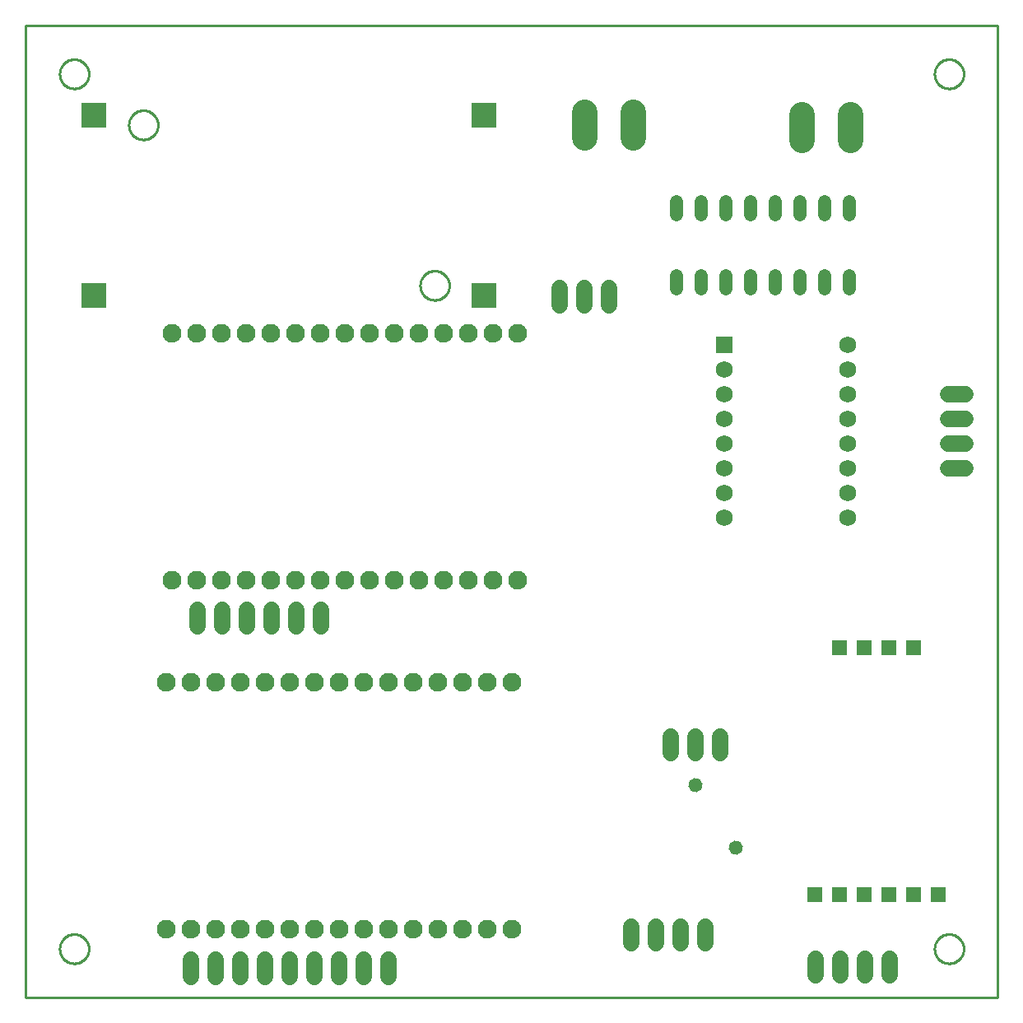
<source format=gbr>
G04 EAGLE Gerber RS-274X export*
G75*
%MOIN*%
%FSLAX34Y34*%
%LPD*%
%INTop Copper*%
%IPPOS*%
%AMOC8*
5,1,8,0,0,1.08239X$1,22.5*%
G01*
%ADD10C,0.054400*%
%ADD11C,0.068000*%
%ADD12R,0.100000X0.100000*%
%ADD13R,0.068268X0.068268*%
%ADD14C,0.068268*%
%ADD15R,0.060236X0.060236*%
%ADD16C,0.102992*%
%ADD17P,0.058882X8X145.100000*%
%ADD18C,0.076000*%
%ADD19C,0.010000*%


D10*
X26362Y28697D02*
X26362Y29241D01*
X27362Y29241D02*
X27362Y28697D01*
X32362Y28697D02*
X32362Y29241D01*
X33362Y29241D02*
X33362Y28697D01*
X28362Y28697D02*
X28362Y29241D01*
X29362Y29241D02*
X29362Y28697D01*
X31362Y28697D02*
X31362Y29241D01*
X30362Y29241D02*
X30362Y28697D01*
X33362Y31697D02*
X33362Y32241D01*
X32362Y32241D02*
X32362Y31697D01*
X31362Y31697D02*
X31362Y32241D01*
X30362Y32241D02*
X30362Y31697D01*
X29362Y31697D02*
X29362Y32241D01*
X28362Y32241D02*
X28362Y31697D01*
X27362Y31697D02*
X27362Y32241D01*
X26362Y32241D02*
X26362Y31697D01*
D11*
X35004Y1560D02*
X35004Y880D01*
X34004Y880D02*
X34004Y1560D01*
X33004Y1560D02*
X33004Y880D01*
X32004Y880D02*
X32004Y1560D01*
X27524Y2180D02*
X27524Y2860D01*
X26524Y2860D02*
X26524Y2180D01*
X25524Y2180D02*
X25524Y2860D01*
X24524Y2860D02*
X24524Y2180D01*
X37377Y21413D02*
X38057Y21413D01*
X38057Y22413D02*
X37377Y22413D01*
X37377Y23413D02*
X38057Y23413D01*
X38057Y24413D02*
X37377Y24413D01*
X21638Y28046D02*
X21638Y28726D01*
X22638Y28726D02*
X22638Y28046D01*
X23638Y28046D02*
X23638Y28726D01*
D12*
X18569Y28437D03*
X18569Y35737D03*
X2769Y35737D03*
X2769Y28437D03*
D13*
X28287Y26413D03*
D14*
X28287Y25413D03*
X28287Y24413D03*
X28287Y23413D03*
X28287Y22413D03*
X28287Y21413D03*
X28287Y20413D03*
X28287Y19413D03*
X33287Y19413D03*
X33287Y20413D03*
X33287Y21413D03*
X33287Y22413D03*
X33287Y23413D03*
X33287Y24413D03*
X33287Y25413D03*
X33287Y26413D03*
D15*
X31965Y4169D03*
X32965Y4169D03*
X33965Y4169D03*
X34965Y4169D03*
X35965Y4169D03*
X36965Y4169D03*
X35965Y14169D03*
X34965Y14169D03*
X33965Y14169D03*
X32965Y14169D03*
D16*
X24606Y34839D02*
X24606Y35869D01*
X22638Y35869D02*
X22638Y34839D01*
X31417Y34721D02*
X31417Y35751D01*
X33386Y35751D02*
X33386Y34721D01*
D11*
X28126Y10576D02*
X28126Y9896D01*
X27126Y9896D02*
X27126Y10576D01*
X26126Y10576D02*
X26126Y9896D01*
D17*
X28761Y6059D03*
X27145Y8587D03*
D18*
X5945Y16890D03*
X6945Y16890D03*
X7945Y16890D03*
X8945Y16890D03*
X9945Y16890D03*
X10945Y16890D03*
X11945Y16890D03*
X12945Y16890D03*
X13945Y16890D03*
X14945Y16890D03*
X15945Y16890D03*
X16945Y16890D03*
X17945Y16890D03*
X18945Y16890D03*
X19945Y16890D03*
X5945Y26890D03*
X6945Y26890D03*
X7945Y26890D03*
X8945Y26890D03*
X9945Y26890D03*
X10945Y26890D03*
X11945Y26890D03*
X12945Y26890D03*
X13945Y26890D03*
X14945Y26890D03*
X15945Y26890D03*
X16945Y26890D03*
X17945Y26890D03*
X18945Y26890D03*
X19945Y26890D03*
X5709Y2756D03*
X6709Y2756D03*
X7709Y2756D03*
X8709Y2756D03*
X9709Y2756D03*
X10709Y2756D03*
X11709Y2756D03*
X12709Y2756D03*
X13709Y2756D03*
X14709Y2756D03*
X15709Y2756D03*
X16709Y2756D03*
X17709Y2756D03*
X18709Y2756D03*
X19709Y2756D03*
X5709Y12756D03*
X6709Y12756D03*
X7709Y12756D03*
X8709Y12756D03*
X9709Y12756D03*
X10709Y12756D03*
X11709Y12756D03*
X12709Y12756D03*
X13709Y12756D03*
X14709Y12756D03*
X15709Y12756D03*
X16709Y12756D03*
X17709Y12756D03*
X18709Y12756D03*
X19709Y12756D03*
D11*
X14709Y1521D02*
X14709Y841D01*
X13709Y841D02*
X13709Y1521D01*
X12709Y1521D02*
X12709Y841D01*
X11709Y841D02*
X11709Y1521D01*
X10709Y1521D02*
X10709Y841D01*
X9709Y841D02*
X9709Y1521D01*
X8709Y1521D02*
X8709Y841D01*
X7709Y841D02*
X7709Y1521D01*
X6709Y1521D02*
X6709Y841D01*
X11949Y15014D02*
X11949Y15694D01*
X10949Y15694D02*
X10949Y15014D01*
X9949Y15014D02*
X9949Y15694D01*
X8949Y15694D02*
X8949Y15014D01*
X7949Y15014D02*
X7949Y15694D01*
X6949Y15694D02*
X6949Y15014D01*
D19*
X0Y0D02*
X39370Y0D01*
X39370Y39370D01*
X0Y39370D01*
X0Y0D01*
X37992Y37380D02*
X37989Y37338D01*
X37983Y37297D01*
X37974Y37255D01*
X37962Y37215D01*
X37948Y37175D01*
X37930Y37137D01*
X37910Y37100D01*
X37887Y37065D01*
X37862Y37031D01*
X37834Y36999D01*
X37804Y36969D01*
X37772Y36941D01*
X37739Y36916D01*
X37703Y36893D01*
X37666Y36873D01*
X37628Y36856D01*
X37588Y36841D01*
X37548Y36829D01*
X37506Y36820D01*
X37465Y36814D01*
X37423Y36811D01*
X37380Y36811D01*
X37338Y36814D01*
X37297Y36820D01*
X37255Y36829D01*
X37215Y36841D01*
X37175Y36856D01*
X37137Y36873D01*
X37100Y36893D01*
X37065Y36916D01*
X37031Y36941D01*
X36999Y36969D01*
X36969Y36999D01*
X36941Y37031D01*
X36916Y37065D01*
X36893Y37100D01*
X36873Y37137D01*
X36856Y37175D01*
X36841Y37215D01*
X36829Y37255D01*
X36820Y37297D01*
X36814Y37338D01*
X36811Y37380D01*
X36811Y37423D01*
X36814Y37465D01*
X36820Y37506D01*
X36829Y37548D01*
X36841Y37588D01*
X36856Y37628D01*
X36873Y37666D01*
X36893Y37703D01*
X36916Y37739D01*
X36941Y37772D01*
X36969Y37804D01*
X36999Y37834D01*
X37031Y37862D01*
X37065Y37887D01*
X37100Y37910D01*
X37137Y37930D01*
X37175Y37948D01*
X37215Y37962D01*
X37255Y37974D01*
X37297Y37983D01*
X37338Y37989D01*
X37380Y37992D01*
X37423Y37992D01*
X37465Y37989D01*
X37506Y37983D01*
X37548Y37974D01*
X37588Y37962D01*
X37628Y37948D01*
X37666Y37930D01*
X37703Y37910D01*
X37739Y37887D01*
X37772Y37862D01*
X37804Y37834D01*
X37834Y37804D01*
X37862Y37772D01*
X37887Y37739D01*
X37910Y37703D01*
X37930Y37666D01*
X37948Y37628D01*
X37962Y37588D01*
X37974Y37548D01*
X37983Y37506D01*
X37989Y37465D01*
X37992Y37423D01*
X37992Y37380D01*
X37992Y1947D02*
X37989Y1905D01*
X37983Y1864D01*
X37974Y1822D01*
X37962Y1782D01*
X37948Y1742D01*
X37930Y1704D01*
X37910Y1667D01*
X37887Y1631D01*
X37862Y1598D01*
X37834Y1566D01*
X37804Y1536D01*
X37772Y1508D01*
X37739Y1483D01*
X37703Y1460D01*
X37666Y1440D01*
X37628Y1423D01*
X37588Y1408D01*
X37548Y1396D01*
X37506Y1387D01*
X37465Y1381D01*
X37423Y1378D01*
X37380Y1378D01*
X37338Y1381D01*
X37297Y1387D01*
X37255Y1396D01*
X37215Y1408D01*
X37175Y1423D01*
X37137Y1440D01*
X37100Y1460D01*
X37065Y1483D01*
X37031Y1508D01*
X36999Y1536D01*
X36969Y1566D01*
X36941Y1598D01*
X36916Y1631D01*
X36893Y1667D01*
X36873Y1704D01*
X36856Y1742D01*
X36841Y1782D01*
X36829Y1822D01*
X36820Y1864D01*
X36814Y1905D01*
X36811Y1947D01*
X36811Y1990D01*
X36814Y2032D01*
X36820Y2073D01*
X36829Y2115D01*
X36841Y2155D01*
X36856Y2195D01*
X36873Y2233D01*
X36893Y2270D01*
X36916Y2306D01*
X36941Y2339D01*
X36969Y2371D01*
X36999Y2401D01*
X37031Y2429D01*
X37065Y2454D01*
X37100Y2477D01*
X37137Y2497D01*
X37175Y2514D01*
X37215Y2529D01*
X37255Y2541D01*
X37297Y2550D01*
X37338Y2556D01*
X37380Y2559D01*
X37423Y2559D01*
X37465Y2556D01*
X37506Y2550D01*
X37548Y2541D01*
X37588Y2529D01*
X37628Y2514D01*
X37666Y2497D01*
X37703Y2477D01*
X37739Y2454D01*
X37772Y2429D01*
X37804Y2401D01*
X37834Y2371D01*
X37862Y2339D01*
X37887Y2306D01*
X37910Y2270D01*
X37930Y2233D01*
X37948Y2195D01*
X37962Y2155D01*
X37974Y2115D01*
X37983Y2073D01*
X37989Y2032D01*
X37992Y1990D01*
X37992Y1947D01*
X2559Y37380D02*
X2556Y37338D01*
X2550Y37297D01*
X2541Y37255D01*
X2529Y37215D01*
X2514Y37175D01*
X2497Y37137D01*
X2477Y37100D01*
X2454Y37065D01*
X2429Y37031D01*
X2401Y36999D01*
X2371Y36969D01*
X2339Y36941D01*
X2306Y36916D01*
X2270Y36893D01*
X2233Y36873D01*
X2195Y36856D01*
X2155Y36841D01*
X2115Y36829D01*
X2073Y36820D01*
X2032Y36814D01*
X1990Y36811D01*
X1947Y36811D01*
X1905Y36814D01*
X1864Y36820D01*
X1822Y36829D01*
X1782Y36841D01*
X1742Y36856D01*
X1704Y36873D01*
X1667Y36893D01*
X1631Y36916D01*
X1598Y36941D01*
X1566Y36969D01*
X1536Y36999D01*
X1508Y37031D01*
X1483Y37065D01*
X1460Y37100D01*
X1440Y37137D01*
X1423Y37175D01*
X1408Y37215D01*
X1396Y37255D01*
X1387Y37297D01*
X1381Y37338D01*
X1378Y37380D01*
X1378Y37423D01*
X1381Y37465D01*
X1387Y37506D01*
X1396Y37548D01*
X1408Y37588D01*
X1423Y37628D01*
X1440Y37666D01*
X1460Y37703D01*
X1483Y37739D01*
X1508Y37772D01*
X1536Y37804D01*
X1566Y37834D01*
X1598Y37862D01*
X1631Y37887D01*
X1667Y37910D01*
X1704Y37930D01*
X1742Y37948D01*
X1782Y37962D01*
X1822Y37974D01*
X1864Y37983D01*
X1905Y37989D01*
X1947Y37992D01*
X1990Y37992D01*
X2032Y37989D01*
X2073Y37983D01*
X2115Y37974D01*
X2155Y37962D01*
X2195Y37948D01*
X2233Y37930D01*
X2270Y37910D01*
X2306Y37887D01*
X2339Y37862D01*
X2371Y37834D01*
X2401Y37804D01*
X2429Y37772D01*
X2454Y37739D01*
X2477Y37703D01*
X2497Y37666D01*
X2514Y37628D01*
X2529Y37588D01*
X2541Y37548D01*
X2550Y37506D01*
X2556Y37465D01*
X2559Y37423D01*
X2559Y37380D01*
X2559Y1947D02*
X2556Y1905D01*
X2550Y1864D01*
X2541Y1822D01*
X2529Y1782D01*
X2514Y1742D01*
X2497Y1704D01*
X2477Y1667D01*
X2454Y1631D01*
X2429Y1598D01*
X2401Y1566D01*
X2371Y1536D01*
X2339Y1508D01*
X2306Y1483D01*
X2270Y1460D01*
X2233Y1440D01*
X2195Y1423D01*
X2155Y1408D01*
X2115Y1396D01*
X2073Y1387D01*
X2032Y1381D01*
X1990Y1378D01*
X1947Y1378D01*
X1905Y1381D01*
X1864Y1387D01*
X1822Y1396D01*
X1782Y1408D01*
X1742Y1423D01*
X1704Y1440D01*
X1667Y1460D01*
X1631Y1483D01*
X1598Y1508D01*
X1566Y1536D01*
X1536Y1566D01*
X1508Y1598D01*
X1483Y1631D01*
X1460Y1667D01*
X1440Y1704D01*
X1423Y1742D01*
X1408Y1782D01*
X1396Y1822D01*
X1387Y1864D01*
X1381Y1905D01*
X1378Y1947D01*
X1378Y1990D01*
X1381Y2032D01*
X1387Y2073D01*
X1396Y2115D01*
X1408Y2155D01*
X1423Y2195D01*
X1440Y2233D01*
X1460Y2270D01*
X1483Y2306D01*
X1508Y2339D01*
X1536Y2371D01*
X1566Y2401D01*
X1598Y2429D01*
X1631Y2454D01*
X1667Y2477D01*
X1704Y2497D01*
X1742Y2514D01*
X1782Y2529D01*
X1822Y2541D01*
X1864Y2550D01*
X1905Y2556D01*
X1947Y2559D01*
X1990Y2559D01*
X2032Y2556D01*
X2073Y2550D01*
X2115Y2541D01*
X2155Y2529D01*
X2195Y2514D01*
X2233Y2497D01*
X2270Y2477D01*
X2306Y2454D01*
X2339Y2429D01*
X2371Y2401D01*
X2401Y2371D01*
X2429Y2339D01*
X2454Y2306D01*
X2477Y2270D01*
X2497Y2233D01*
X2514Y2195D01*
X2529Y2155D01*
X2541Y2115D01*
X2550Y2073D01*
X2556Y2032D01*
X2559Y1990D01*
X2559Y1947D01*
X5360Y35316D02*
X5357Y35273D01*
X5351Y35232D01*
X5342Y35190D01*
X5330Y35150D01*
X5315Y35110D01*
X5298Y35072D01*
X5277Y35035D01*
X5255Y35000D01*
X5229Y34966D01*
X5202Y34934D01*
X5172Y34904D01*
X5140Y34876D01*
X5106Y34851D01*
X5071Y34828D01*
X5034Y34808D01*
X4995Y34791D01*
X4956Y34776D01*
X4915Y34764D01*
X4874Y34755D01*
X4832Y34749D01*
X4790Y34746D01*
X4748Y34746D01*
X4706Y34749D01*
X4664Y34755D01*
X4623Y34764D01*
X4583Y34776D01*
X4543Y34791D01*
X4505Y34808D01*
X4468Y34828D01*
X4432Y34851D01*
X4399Y34876D01*
X4367Y34904D01*
X4337Y34934D01*
X4309Y34966D01*
X4284Y35000D01*
X4261Y35035D01*
X4241Y35072D01*
X4223Y35110D01*
X4209Y35150D01*
X4197Y35190D01*
X4188Y35232D01*
X4182Y35273D01*
X4179Y35316D01*
X4179Y35358D01*
X4182Y35400D01*
X4188Y35442D01*
X4197Y35483D01*
X4209Y35523D01*
X4223Y35563D01*
X4241Y35601D01*
X4261Y35638D01*
X4284Y35674D01*
X4309Y35707D01*
X4337Y35739D01*
X4367Y35769D01*
X4399Y35797D01*
X4432Y35822D01*
X4468Y35845D01*
X4505Y35865D01*
X4543Y35883D01*
X4583Y35897D01*
X4623Y35909D01*
X4664Y35918D01*
X4706Y35924D01*
X4748Y35927D01*
X4790Y35927D01*
X4832Y35924D01*
X4874Y35918D01*
X4915Y35909D01*
X4956Y35897D01*
X4995Y35883D01*
X5034Y35865D01*
X5071Y35845D01*
X5106Y35822D01*
X5140Y35797D01*
X5172Y35769D01*
X5202Y35739D01*
X5229Y35707D01*
X5255Y35674D01*
X5277Y35638D01*
X5298Y35601D01*
X5315Y35563D01*
X5330Y35523D01*
X5342Y35483D01*
X5351Y35442D01*
X5357Y35400D01*
X5360Y35358D01*
X5360Y35316D01*
X17160Y28816D02*
X17157Y28773D01*
X17151Y28732D01*
X17142Y28690D01*
X17130Y28650D01*
X17115Y28610D01*
X17098Y28572D01*
X17077Y28535D01*
X17055Y28500D01*
X17029Y28466D01*
X17002Y28434D01*
X16972Y28404D01*
X16940Y28376D01*
X16906Y28351D01*
X16871Y28328D01*
X16834Y28308D01*
X16795Y28291D01*
X16756Y28276D01*
X16715Y28264D01*
X16674Y28255D01*
X16632Y28249D01*
X16590Y28246D01*
X16548Y28246D01*
X16506Y28249D01*
X16464Y28255D01*
X16423Y28264D01*
X16383Y28276D01*
X16343Y28291D01*
X16305Y28308D01*
X16268Y28328D01*
X16232Y28351D01*
X16199Y28376D01*
X16167Y28404D01*
X16137Y28434D01*
X16109Y28466D01*
X16084Y28500D01*
X16061Y28535D01*
X16041Y28572D01*
X16023Y28610D01*
X16009Y28650D01*
X15997Y28690D01*
X15988Y28732D01*
X15982Y28773D01*
X15979Y28816D01*
X15979Y28858D01*
X15982Y28900D01*
X15988Y28942D01*
X15997Y28983D01*
X16009Y29023D01*
X16023Y29063D01*
X16041Y29101D01*
X16061Y29138D01*
X16084Y29174D01*
X16109Y29207D01*
X16137Y29239D01*
X16167Y29269D01*
X16199Y29297D01*
X16232Y29322D01*
X16268Y29345D01*
X16305Y29365D01*
X16343Y29383D01*
X16383Y29397D01*
X16423Y29409D01*
X16464Y29418D01*
X16506Y29424D01*
X16548Y29427D01*
X16590Y29427D01*
X16632Y29424D01*
X16674Y29418D01*
X16715Y29409D01*
X16756Y29397D01*
X16795Y29383D01*
X16834Y29365D01*
X16871Y29345D01*
X16906Y29322D01*
X16940Y29297D01*
X16972Y29269D01*
X17002Y29239D01*
X17029Y29207D01*
X17055Y29174D01*
X17077Y29138D01*
X17098Y29101D01*
X17115Y29063D01*
X17130Y29023D01*
X17142Y28983D01*
X17151Y28942D01*
X17157Y28900D01*
X17160Y28858D01*
X17160Y28816D01*
M02*

</source>
